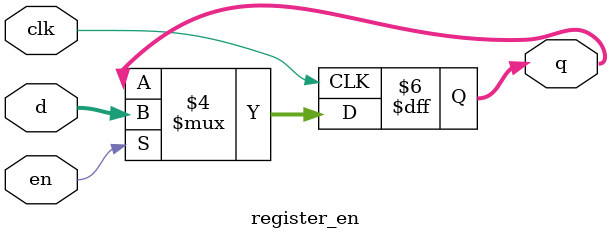
<source format=v>
module register_en(clk, en, d, q);//Enable D-FF
	input clk, en;
	input [31:0] d;
	output reg[31:0] q;
	
  always @(posedge clk) begin//Hold previous values if enable input is 0
		if(en==1'b1)
			q<=d;
		else
			q<=q;
	end
endmodule

</source>
